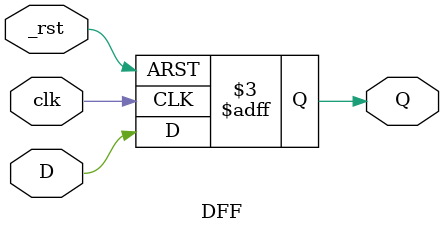
<source format=v>
`timescale 1ns / 1ps

module DFF(
  input              clk,
  input              _rst,
  input      [W-1:0] D,  
  output reg [W-1:0] Q);

  // Default width is 1
  parameter W = 1;
  
  // Initial data with asynchronous reset (i.e. not clocked)
  parameter INITVAL = 0;

  always @(posedge clk or negedge _rst)
    if (~_rst) 
      Q <= INITVAL;
    else 
      Q <= D;
endmodule

</source>
